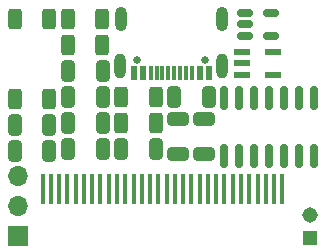
<source format=gbr>
%TF.GenerationSoftware,KiCad,Pcbnew,(6.0.7)*%
%TF.CreationDate,2023-09-19T20:50:44-05:00*%
%TF.ProjectId,CounterProject,436f756e-7465-4725-9072-6f6a6563742e,rev?*%
%TF.SameCoordinates,Original*%
%TF.FileFunction,Soldermask,Top*%
%TF.FilePolarity,Negative*%
%FSLAX46Y46*%
G04 Gerber Fmt 4.6, Leading zero omitted, Abs format (unit mm)*
G04 Created by KiCad (PCBNEW (6.0.7)) date 2023-09-19 20:50:44*
%MOMM*%
%LPD*%
G01*
G04 APERTURE LIST*
G04 Aperture macros list*
%AMRoundRect*
0 Rectangle with rounded corners*
0 $1 Rounding radius*
0 $2 $3 $4 $5 $6 $7 $8 $9 X,Y pos of 4 corners*
0 Add a 4 corners polygon primitive as box body*
4,1,4,$2,$3,$4,$5,$6,$7,$8,$9,$2,$3,0*
0 Add four circle primitives for the rounded corners*
1,1,$1+$1,$2,$3*
1,1,$1+$1,$4,$5*
1,1,$1+$1,$6,$7*
1,1,$1+$1,$8,$9*
0 Add four rect primitives between the rounded corners*
20,1,$1+$1,$2,$3,$4,$5,0*
20,1,$1+$1,$4,$5,$6,$7,0*
20,1,$1+$1,$6,$7,$8,$9,0*
20,1,$1+$1,$8,$9,$2,$3,0*%
G04 Aperture macros list end*
%ADD10RoundRect,0.250000X0.325000X0.650000X-0.325000X0.650000X-0.325000X-0.650000X0.325000X-0.650000X0*%
%ADD11RoundRect,0.150000X-0.512500X-0.150000X0.512500X-0.150000X0.512500X0.150000X-0.512500X0.150000X0*%
%ADD12R,1.308000X1.308000*%
%ADD13C,1.308000*%
%ADD14RoundRect,0.250000X-0.312500X-0.625000X0.312500X-0.625000X0.312500X0.625000X-0.312500X0.625000X0*%
%ADD15RoundRect,0.250000X0.312500X0.625000X-0.312500X0.625000X-0.312500X-0.625000X0.312500X-0.625000X0*%
%ADD16RoundRect,0.250000X-0.650000X0.325000X-0.650000X-0.325000X0.650000X-0.325000X0.650000X0.325000X0*%
%ADD17R,1.700000X1.700000*%
%ADD18O,1.700000X1.700000*%
%ADD19RoundRect,0.100000X0.100000X1.170000X-0.100000X1.170000X-0.100000X-1.170000X0.100000X-1.170000X0*%
%ADD20RoundRect,0.250000X0.650000X-0.325000X0.650000X0.325000X-0.650000X0.325000X-0.650000X-0.325000X0*%
%ADD21R,1.320800X0.508000*%
%ADD22O,1.000000X2.100000*%
%ADD23O,0.990600X2.100000*%
%ADD24O,0.990600X2.108200*%
%ADD25C,0.660400*%
%ADD26R,0.584200X1.143000*%
%ADD27R,0.304800X1.143000*%
%ADD28RoundRect,0.150000X0.150000X-0.825000X0.150000X0.825000X-0.150000X0.825000X-0.150000X-0.825000X0*%
%ADD29RoundRect,0.250000X-0.325000X-0.650000X0.325000X-0.650000X0.325000X0.650000X-0.325000X0.650000X0*%
G04 APERTURE END LIST*
D10*
%TO.C,C7*%
X162675000Y-31600000D03*
X159725000Y-31600000D03*
%TD*%
D11*
%TO.C,U3*%
X179200000Y-22150000D03*
X179200000Y-23100000D03*
X179200000Y-24050000D03*
X181475000Y-24050000D03*
X181475000Y-22150000D03*
%TD*%
D12*
%TO.C,BT2*%
X184700000Y-41200000D03*
D13*
X184700000Y-39200000D03*
%TD*%
D14*
%TO.C,R7*%
X159737500Y-22600000D03*
X162662500Y-22600000D03*
%TD*%
D10*
%TO.C,C2*%
X167175000Y-29200000D03*
X164225000Y-29200000D03*
%TD*%
%TO.C,C9*%
X162675000Y-33800000D03*
X159725000Y-33800000D03*
%TD*%
D15*
%TO.C,R3*%
X171662500Y-29200000D03*
X168737500Y-29200000D03*
%TD*%
D16*
%TO.C,C8*%
X173600000Y-31125000D03*
X173600000Y-34075000D03*
%TD*%
D17*
%TO.C,J3*%
X160000000Y-41000000D03*
D18*
X160000000Y-38460000D03*
X160000000Y-35920000D03*
%TD*%
D19*
%TO.C,U4*%
X182400000Y-37000000D03*
X181700000Y-37000000D03*
X181000000Y-37000000D03*
X180300000Y-37000000D03*
X179600000Y-37000000D03*
X178900000Y-37000000D03*
X178200000Y-37000000D03*
X177500000Y-37000000D03*
X176800000Y-37000000D03*
X176100000Y-37000000D03*
X175400000Y-37000000D03*
X174700000Y-37000000D03*
X174000000Y-37000000D03*
X173300000Y-37000000D03*
X172600000Y-37000000D03*
X171900000Y-37000000D03*
X171200000Y-37000000D03*
X170500000Y-37000000D03*
X169800000Y-37000000D03*
X169100000Y-37000000D03*
X168400000Y-37000000D03*
X167700000Y-37000000D03*
X167000000Y-37000000D03*
X166300000Y-37000000D03*
X165600000Y-37000000D03*
X164900000Y-37000000D03*
X164200000Y-37000000D03*
X163500000Y-37000000D03*
X162800000Y-37000000D03*
X162100000Y-37000000D03*
%TD*%
D20*
%TO.C,C1*%
X175800000Y-34075000D03*
X175800000Y-31125000D03*
%TD*%
D10*
%TO.C,C4*%
X167175000Y-33600000D03*
X164225000Y-33600000D03*
%TD*%
%TO.C,C6*%
X171675000Y-33600000D03*
X168725000Y-33600000D03*
%TD*%
D14*
%TO.C,R2*%
X159737500Y-29400000D03*
X162662500Y-29400000D03*
%TD*%
%TO.C,R4*%
X164237500Y-24800000D03*
X167162500Y-24800000D03*
%TD*%
D10*
%TO.C,C5*%
X176175000Y-29200000D03*
X173225000Y-29200000D03*
%TD*%
D21*
%TO.C,U2*%
X179004600Y-25449999D03*
X179004600Y-26400000D03*
X179004600Y-27350001D03*
X181595400Y-27350001D03*
X181595400Y-25449999D03*
%TD*%
D10*
%TO.C,C3*%
X167175000Y-27000000D03*
X164225000Y-27000000D03*
%TD*%
D14*
%TO.C,R8*%
X164237500Y-22600000D03*
X167162500Y-22600000D03*
%TD*%
D15*
%TO.C,R1*%
X171662500Y-31400000D03*
X168737500Y-31400000D03*
%TD*%
D22*
%TO.C,J1*%
X168679998Y-26610800D03*
X168700000Y-22600000D03*
X177300000Y-22600000D03*
X177320002Y-26610800D03*
D23*
X177300000Y-22600000D03*
X168700000Y-22600000D03*
D24*
X177320002Y-26610800D03*
X168679998Y-26610800D03*
D25*
X175889999Y-26110801D03*
X170110001Y-26110801D03*
D26*
X176200000Y-27185800D03*
X175400001Y-27185800D03*
D27*
X174250000Y-27185800D03*
X173250000Y-27185800D03*
X172750000Y-27185800D03*
X171750000Y-27185800D03*
D26*
X169800000Y-27185800D03*
X170599999Y-27185800D03*
D27*
X171250001Y-27185800D03*
X172249999Y-27185800D03*
X173750001Y-27185800D03*
X174749999Y-27185800D03*
%TD*%
D28*
%TO.C,U1*%
X177490000Y-34275000D03*
X178760000Y-34275000D03*
X180030000Y-34275000D03*
X181300000Y-34275000D03*
X182570000Y-34275000D03*
X183840000Y-34275000D03*
X185110000Y-34275000D03*
X185110000Y-29325000D03*
X183840000Y-29325000D03*
X182570000Y-29325000D03*
X181300000Y-29325000D03*
X180030000Y-29325000D03*
X178760000Y-29325000D03*
X177490000Y-29325000D03*
%TD*%
D29*
%TO.C,C10*%
X164225000Y-31400000D03*
X167175000Y-31400000D03*
%TD*%
M02*

</source>
